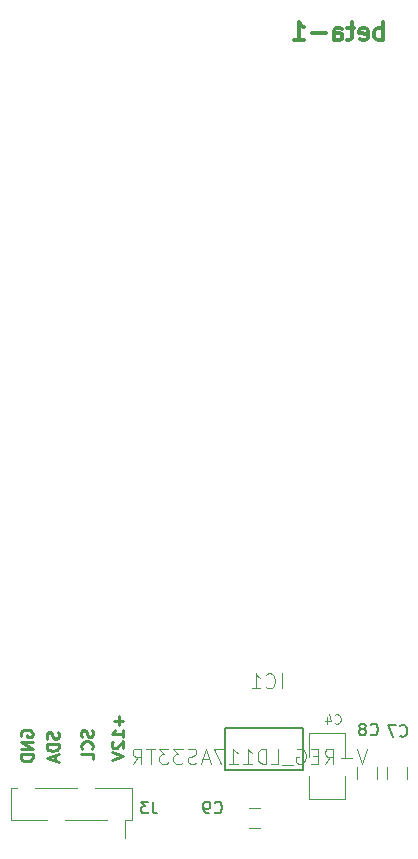
<source format=gbo>
G04 #@! TF.FileFunction,Legend,Bot*
%FSLAX46Y46*%
G04 Gerber Fmt 4.6, Leading zero omitted, Abs format (unit mm)*
G04 Created by KiCad (PCBNEW 4.0.6) date 01/05/18 17:09:47*
%MOMM*%
%LPD*%
G01*
G04 APERTURE LIST*
%ADD10C,0.100000*%
%ADD11C,0.250000*%
%ADD12C,0.300000*%
%ADD13C,0.120000*%
%ADD14C,0.203200*%
%ADD15C,0.150000*%
%ADD16C,0.101600*%
G04 APERTURE END LIST*
D10*
D11*
X120391429Y-106258095D02*
X120391429Y-107020000D01*
X120772381Y-106639048D02*
X120010476Y-106639048D01*
X120772381Y-108020000D02*
X120772381Y-107448571D01*
X120772381Y-107734285D02*
X119772381Y-107734285D01*
X119915238Y-107639047D01*
X120010476Y-107543809D01*
X120058095Y-107448571D01*
X119867619Y-108400952D02*
X119820000Y-108448571D01*
X119772381Y-108543809D01*
X119772381Y-108781905D01*
X119820000Y-108877143D01*
X119867619Y-108924762D01*
X119962857Y-108972381D01*
X120058095Y-108972381D01*
X120200952Y-108924762D01*
X120772381Y-108353333D01*
X120772381Y-108972381D01*
X119772381Y-109258095D02*
X120772381Y-109591428D01*
X119772381Y-109924762D01*
X118124762Y-107429524D02*
X118172381Y-107572381D01*
X118172381Y-107810477D01*
X118124762Y-107905715D01*
X118077143Y-107953334D01*
X117981905Y-108000953D01*
X117886667Y-108000953D01*
X117791429Y-107953334D01*
X117743810Y-107905715D01*
X117696190Y-107810477D01*
X117648571Y-107620000D01*
X117600952Y-107524762D01*
X117553333Y-107477143D01*
X117458095Y-107429524D01*
X117362857Y-107429524D01*
X117267619Y-107477143D01*
X117220000Y-107524762D01*
X117172381Y-107620000D01*
X117172381Y-107858096D01*
X117220000Y-108000953D01*
X118077143Y-109000953D02*
X118124762Y-108953334D01*
X118172381Y-108810477D01*
X118172381Y-108715239D01*
X118124762Y-108572381D01*
X118029524Y-108477143D01*
X117934286Y-108429524D01*
X117743810Y-108381905D01*
X117600952Y-108381905D01*
X117410476Y-108429524D01*
X117315238Y-108477143D01*
X117220000Y-108572381D01*
X117172381Y-108715239D01*
X117172381Y-108810477D01*
X117220000Y-108953334D01*
X117267619Y-109000953D01*
X118172381Y-109905715D02*
X118172381Y-109429524D01*
X117172381Y-109429524D01*
X112120000Y-107958096D02*
X112072381Y-107862858D01*
X112072381Y-107720001D01*
X112120000Y-107577143D01*
X112215238Y-107481905D01*
X112310476Y-107434286D01*
X112500952Y-107386667D01*
X112643810Y-107386667D01*
X112834286Y-107434286D01*
X112929524Y-107481905D01*
X113024762Y-107577143D01*
X113072381Y-107720001D01*
X113072381Y-107815239D01*
X113024762Y-107958096D01*
X112977143Y-108005715D01*
X112643810Y-108005715D01*
X112643810Y-107815239D01*
X113072381Y-108434286D02*
X112072381Y-108434286D01*
X113072381Y-109005715D01*
X112072381Y-109005715D01*
X113072381Y-109481905D02*
X112072381Y-109481905D01*
X112072381Y-109720000D01*
X112120000Y-109862858D01*
X112215238Y-109958096D01*
X112310476Y-110005715D01*
X112500952Y-110053334D01*
X112643810Y-110053334D01*
X112834286Y-110005715D01*
X112929524Y-109958096D01*
X113024762Y-109862858D01*
X113072381Y-109720000D01*
X113072381Y-109481905D01*
X115224762Y-107605714D02*
X115272381Y-107748571D01*
X115272381Y-107986667D01*
X115224762Y-108081905D01*
X115177143Y-108129524D01*
X115081905Y-108177143D01*
X114986667Y-108177143D01*
X114891429Y-108129524D01*
X114843810Y-108081905D01*
X114796190Y-107986667D01*
X114748571Y-107796190D01*
X114700952Y-107700952D01*
X114653333Y-107653333D01*
X114558095Y-107605714D01*
X114462857Y-107605714D01*
X114367619Y-107653333D01*
X114320000Y-107700952D01*
X114272381Y-107796190D01*
X114272381Y-108034286D01*
X114320000Y-108177143D01*
X115272381Y-108605714D02*
X114272381Y-108605714D01*
X114272381Y-108843809D01*
X114320000Y-108986667D01*
X114415238Y-109081905D01*
X114510476Y-109129524D01*
X114700952Y-109177143D01*
X114843810Y-109177143D01*
X115034286Y-109129524D01*
X115129524Y-109081905D01*
X115224762Y-108986667D01*
X115272381Y-108843809D01*
X115272381Y-108605714D01*
X114986667Y-109558095D02*
X114986667Y-110034286D01*
X115272381Y-109462857D02*
X114272381Y-109796190D01*
X115272381Y-110129524D01*
D12*
X142734285Y-48998571D02*
X142734285Y-47498571D01*
X142734285Y-48070000D02*
X142591428Y-47998571D01*
X142305714Y-47998571D01*
X142162857Y-48070000D01*
X142091428Y-48141429D01*
X142019999Y-48284286D01*
X142019999Y-48712857D01*
X142091428Y-48855714D01*
X142162857Y-48927143D01*
X142305714Y-48998571D01*
X142591428Y-48998571D01*
X142734285Y-48927143D01*
X140805714Y-48927143D02*
X140948571Y-48998571D01*
X141234285Y-48998571D01*
X141377142Y-48927143D01*
X141448571Y-48784286D01*
X141448571Y-48212857D01*
X141377142Y-48070000D01*
X141234285Y-47998571D01*
X140948571Y-47998571D01*
X140805714Y-48070000D01*
X140734285Y-48212857D01*
X140734285Y-48355714D01*
X141448571Y-48498571D01*
X140305714Y-47998571D02*
X139734285Y-47998571D01*
X140091428Y-47498571D02*
X140091428Y-48784286D01*
X140020000Y-48927143D01*
X139877142Y-48998571D01*
X139734285Y-48998571D01*
X138591428Y-48998571D02*
X138591428Y-48212857D01*
X138662857Y-48070000D01*
X138805714Y-47998571D01*
X139091428Y-47998571D01*
X139234285Y-48070000D01*
X138591428Y-48927143D02*
X138734285Y-48998571D01*
X139091428Y-48998571D01*
X139234285Y-48927143D01*
X139305714Y-48784286D01*
X139305714Y-48641429D01*
X139234285Y-48498571D01*
X139091428Y-48427143D01*
X138734285Y-48427143D01*
X138591428Y-48355714D01*
X137877142Y-48427143D02*
X136734285Y-48427143D01*
X135234285Y-48998571D02*
X136091428Y-48998571D01*
X135662856Y-48998571D02*
X135662856Y-47498571D01*
X135805713Y-47712857D01*
X135948571Y-47855714D01*
X136091428Y-47927143D01*
D10*
X136486000Y-107626000D02*
X139534000Y-107626000D01*
X139534000Y-111309000D02*
X139534000Y-113214000D01*
X139534000Y-113214000D02*
X136486000Y-113214000D01*
X136486000Y-113214000D02*
X136486000Y-111309000D01*
X136486000Y-109658000D02*
X136486000Y-107626000D01*
X139534000Y-107626000D02*
X139534000Y-109658000D01*
D13*
X143070000Y-111570000D02*
X143070000Y-110570000D01*
X144770000Y-110570000D02*
X144770000Y-111570000D01*
X140570000Y-111570000D02*
X140570000Y-110570000D01*
X142270000Y-110570000D02*
X142270000Y-111570000D01*
X132370000Y-115740000D02*
X131370000Y-115740000D01*
X131370000Y-114040000D02*
X132370000Y-114040000D01*
X121500000Y-115020000D02*
X121500000Y-112360000D01*
X111220000Y-115020000D02*
X111220000Y-112360000D01*
X121500000Y-112360000D02*
X118390000Y-112360000D01*
X120930000Y-115020000D02*
X120930000Y-116540000D01*
X121500000Y-115020000D02*
X120930000Y-115020000D01*
X111790000Y-112360000D02*
X111220000Y-112360000D01*
X116870000Y-112360000D02*
X113310000Y-112360000D01*
X119410000Y-115020000D02*
X115850000Y-115020000D01*
X114330000Y-115020000D02*
X111220000Y-115020000D01*
D14*
X129403400Y-107232000D02*
X129403400Y-110788000D01*
X129403400Y-110788000D02*
X135956600Y-110788000D01*
X135956600Y-110788000D02*
X135956600Y-107232000D01*
X135956600Y-107232000D02*
X129403400Y-107232000D01*
D10*
X138653333Y-106805714D02*
X138691428Y-106843810D01*
X138805714Y-106881905D01*
X138881904Y-106881905D01*
X138996190Y-106843810D01*
X139072381Y-106767619D01*
X139110476Y-106691429D01*
X139148571Y-106539048D01*
X139148571Y-106424762D01*
X139110476Y-106272381D01*
X139072381Y-106196190D01*
X138996190Y-106120000D01*
X138881904Y-106081905D01*
X138805714Y-106081905D01*
X138691428Y-106120000D01*
X138653333Y-106158095D01*
X137967619Y-106348571D02*
X137967619Y-106881905D01*
X138158095Y-106043810D02*
X138348571Y-106615238D01*
X137853333Y-106615238D01*
D15*
X144186666Y-107877143D02*
X144234285Y-107924762D01*
X144377142Y-107972381D01*
X144472380Y-107972381D01*
X144615238Y-107924762D01*
X144710476Y-107829524D01*
X144758095Y-107734286D01*
X144805714Y-107543810D01*
X144805714Y-107400952D01*
X144758095Y-107210476D01*
X144710476Y-107115238D01*
X144615238Y-107020000D01*
X144472380Y-106972381D01*
X144377142Y-106972381D01*
X144234285Y-107020000D01*
X144186666Y-107067619D01*
X143853333Y-106972381D02*
X143186666Y-106972381D01*
X143615238Y-107972381D01*
X141686666Y-107777143D02*
X141734285Y-107824762D01*
X141877142Y-107872381D01*
X141972380Y-107872381D01*
X142115238Y-107824762D01*
X142210476Y-107729524D01*
X142258095Y-107634286D01*
X142305714Y-107443810D01*
X142305714Y-107300952D01*
X142258095Y-107110476D01*
X142210476Y-107015238D01*
X142115238Y-106920000D01*
X141972380Y-106872381D01*
X141877142Y-106872381D01*
X141734285Y-106920000D01*
X141686666Y-106967619D01*
X141115238Y-107300952D02*
X141210476Y-107253333D01*
X141258095Y-107205714D01*
X141305714Y-107110476D01*
X141305714Y-107062857D01*
X141258095Y-106967619D01*
X141210476Y-106920000D01*
X141115238Y-106872381D01*
X140924761Y-106872381D01*
X140829523Y-106920000D01*
X140781904Y-106967619D01*
X140734285Y-107062857D01*
X140734285Y-107110476D01*
X140781904Y-107205714D01*
X140829523Y-107253333D01*
X140924761Y-107300952D01*
X141115238Y-107300952D01*
X141210476Y-107348571D01*
X141258095Y-107396190D01*
X141305714Y-107491429D01*
X141305714Y-107681905D01*
X141258095Y-107777143D01*
X141210476Y-107824762D01*
X141115238Y-107872381D01*
X140924761Y-107872381D01*
X140829523Y-107824762D01*
X140781904Y-107777143D01*
X140734285Y-107681905D01*
X140734285Y-107491429D01*
X140781904Y-107396190D01*
X140829523Y-107348571D01*
X140924761Y-107300952D01*
X128486666Y-114377143D02*
X128534285Y-114424762D01*
X128677142Y-114472381D01*
X128772380Y-114472381D01*
X128915238Y-114424762D01*
X129010476Y-114329524D01*
X129058095Y-114234286D01*
X129105714Y-114043810D01*
X129105714Y-113900952D01*
X129058095Y-113710476D01*
X129010476Y-113615238D01*
X128915238Y-113520000D01*
X128772380Y-113472381D01*
X128677142Y-113472381D01*
X128534285Y-113520000D01*
X128486666Y-113567619D01*
X128010476Y-114472381D02*
X127820000Y-114472381D01*
X127724761Y-114424762D01*
X127677142Y-114377143D01*
X127581904Y-114234286D01*
X127534285Y-114043810D01*
X127534285Y-113662857D01*
X127581904Y-113567619D01*
X127629523Y-113520000D01*
X127724761Y-113472381D01*
X127915238Y-113472381D01*
X128010476Y-113520000D01*
X128058095Y-113567619D01*
X128105714Y-113662857D01*
X128105714Y-113900952D01*
X128058095Y-113996190D01*
X128010476Y-114043810D01*
X127915238Y-114091429D01*
X127724761Y-114091429D01*
X127629523Y-114043810D01*
X127581904Y-113996190D01*
X127534285Y-113900952D01*
X123253333Y-113472381D02*
X123253333Y-114186667D01*
X123300953Y-114329524D01*
X123396191Y-114424762D01*
X123539048Y-114472381D01*
X123634286Y-114472381D01*
X122872381Y-113472381D02*
X122253333Y-113472381D01*
X122586667Y-113853333D01*
X122443809Y-113853333D01*
X122348571Y-113900952D01*
X122300952Y-113948571D01*
X122253333Y-114043810D01*
X122253333Y-114281905D01*
X122300952Y-114377143D01*
X122348571Y-114424762D01*
X122443809Y-114472381D01*
X122729524Y-114472381D01*
X122824762Y-114424762D01*
X122872381Y-114377143D01*
D16*
X134159762Y-103894524D02*
X134159762Y-102624524D01*
X132829286Y-103773571D02*
X132889762Y-103834048D01*
X133071191Y-103894524D01*
X133192143Y-103894524D01*
X133373571Y-103834048D01*
X133494524Y-103713095D01*
X133555000Y-103592143D01*
X133615476Y-103350238D01*
X133615476Y-103168810D01*
X133555000Y-102926905D01*
X133494524Y-102805952D01*
X133373571Y-102685000D01*
X133192143Y-102624524D01*
X133071191Y-102624524D01*
X132889762Y-102685000D01*
X132829286Y-102745476D01*
X131619762Y-103894524D02*
X132345476Y-103894524D01*
X131982619Y-103894524D02*
X131982619Y-102624524D01*
X132103571Y-102805952D01*
X132224524Y-102926905D01*
X132345476Y-102987381D01*
X141388572Y-109000324D02*
X140965238Y-110270324D01*
X140541905Y-109000324D01*
X140118572Y-109786514D02*
X139150953Y-109786514D01*
X137820477Y-110270324D02*
X138243810Y-109665562D01*
X138546191Y-110270324D02*
X138546191Y-109000324D01*
X138062382Y-109000324D01*
X137941429Y-109060800D01*
X137880953Y-109121276D01*
X137820477Y-109242229D01*
X137820477Y-109423657D01*
X137880953Y-109544610D01*
X137941429Y-109605086D01*
X138062382Y-109665562D01*
X138546191Y-109665562D01*
X137276191Y-109605086D02*
X136852858Y-109605086D01*
X136671429Y-110270324D02*
X137276191Y-110270324D01*
X137276191Y-109000324D01*
X136671429Y-109000324D01*
X135461905Y-109060800D02*
X135582857Y-109000324D01*
X135764286Y-109000324D01*
X135945714Y-109060800D01*
X136066667Y-109181752D01*
X136127143Y-109302705D01*
X136187619Y-109544610D01*
X136187619Y-109726038D01*
X136127143Y-109967943D01*
X136066667Y-110088895D01*
X135945714Y-110209848D01*
X135764286Y-110270324D01*
X135643334Y-110270324D01*
X135461905Y-110209848D01*
X135401429Y-110149371D01*
X135401429Y-109726038D01*
X135643334Y-109726038D01*
X135159524Y-110391276D02*
X134191905Y-110391276D01*
X133284762Y-110270324D02*
X133889524Y-110270324D01*
X133889524Y-109000324D01*
X132861429Y-110270324D02*
X132861429Y-109000324D01*
X132559048Y-109000324D01*
X132377620Y-109060800D01*
X132256667Y-109181752D01*
X132196191Y-109302705D01*
X132135715Y-109544610D01*
X132135715Y-109726038D01*
X132196191Y-109967943D01*
X132256667Y-110088895D01*
X132377620Y-110209848D01*
X132559048Y-110270324D01*
X132861429Y-110270324D01*
X130926191Y-110270324D02*
X131651905Y-110270324D01*
X131289048Y-110270324D02*
X131289048Y-109000324D01*
X131410000Y-109181752D01*
X131530953Y-109302705D01*
X131651905Y-109363181D01*
X129716667Y-110270324D02*
X130442381Y-110270324D01*
X130079524Y-110270324D02*
X130079524Y-109000324D01*
X130200476Y-109181752D01*
X130321429Y-109302705D01*
X130442381Y-109363181D01*
X129293333Y-109000324D02*
X128446667Y-109000324D01*
X128990952Y-110270324D01*
X128023333Y-109907467D02*
X127418571Y-109907467D01*
X128144286Y-110270324D02*
X127720952Y-109000324D01*
X127297619Y-110270324D01*
X126934762Y-110209848D02*
X126753334Y-110270324D01*
X126450953Y-110270324D01*
X126330000Y-110209848D01*
X126269524Y-110149371D01*
X126209048Y-110028419D01*
X126209048Y-109907467D01*
X126269524Y-109786514D01*
X126330000Y-109726038D01*
X126450953Y-109665562D01*
X126692857Y-109605086D01*
X126813810Y-109544610D01*
X126874286Y-109484133D01*
X126934762Y-109363181D01*
X126934762Y-109242229D01*
X126874286Y-109121276D01*
X126813810Y-109060800D01*
X126692857Y-109000324D01*
X126390477Y-109000324D01*
X126209048Y-109060800D01*
X125785714Y-109000324D02*
X124999524Y-109000324D01*
X125422857Y-109484133D01*
X125241429Y-109484133D01*
X125120476Y-109544610D01*
X125060000Y-109605086D01*
X124999524Y-109726038D01*
X124999524Y-110028419D01*
X125060000Y-110149371D01*
X125120476Y-110209848D01*
X125241429Y-110270324D01*
X125604286Y-110270324D01*
X125725238Y-110209848D01*
X125785714Y-110149371D01*
X124576190Y-109000324D02*
X123790000Y-109000324D01*
X124213333Y-109484133D01*
X124031905Y-109484133D01*
X123910952Y-109544610D01*
X123850476Y-109605086D01*
X123790000Y-109726038D01*
X123790000Y-110028419D01*
X123850476Y-110149371D01*
X123910952Y-110209848D01*
X124031905Y-110270324D01*
X124394762Y-110270324D01*
X124515714Y-110209848D01*
X124576190Y-110149371D01*
X123427143Y-109000324D02*
X122701428Y-109000324D01*
X123064285Y-110270324D02*
X123064285Y-109000324D01*
X121552381Y-110270324D02*
X121975714Y-109665562D01*
X122278095Y-110270324D02*
X122278095Y-109000324D01*
X121794286Y-109000324D01*
X121673333Y-109060800D01*
X121612857Y-109121276D01*
X121552381Y-109242229D01*
X121552381Y-109423657D01*
X121612857Y-109544610D01*
X121673333Y-109605086D01*
X121794286Y-109665562D01*
X122278095Y-109665562D01*
M02*

</source>
